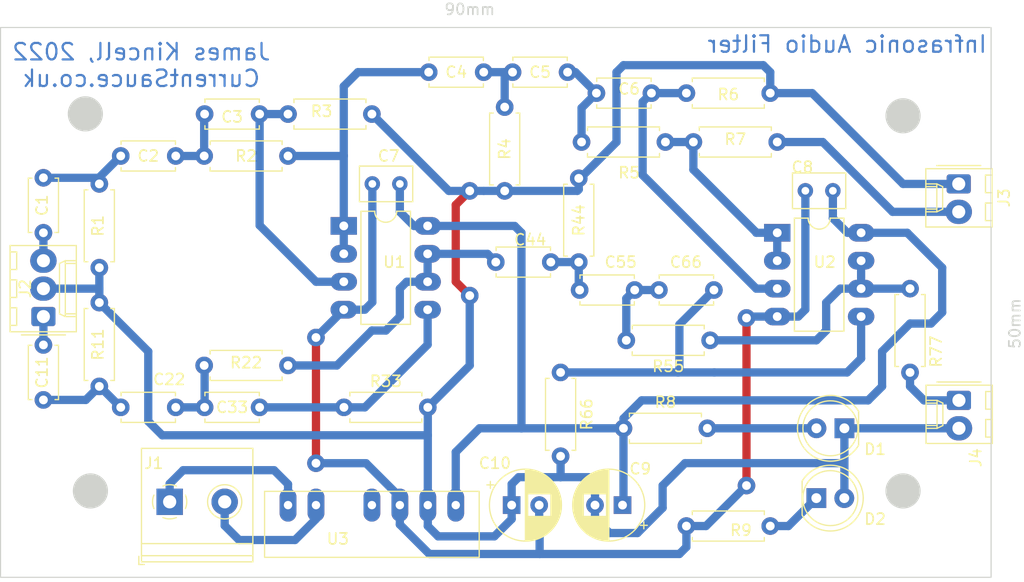
<source format=kicad_pcb>
(kicad_pcb (version 20211014) (generator pcbnew)
  (layers (0 "F.Cu" signal) (31 "B.Cu" signal) (34 "B.Paste" user) (35 "F.Paste" user) (36 "B.SilkS" user "B.Silkscreen") (37 "F.SilkS" user "F.Silkscreen") (38 "B.Mask" user) (39 "F.Mask" user) (44 "Edge.Cuts" user))
  (net 0 "")
  (net 1 "Net-(C1-Pad1)")
  (net 2 "/IN1")
  (net 3 "Net-(C2-Pad1)")
  (net 4 "Net-(C3-Pad1)")
  (net 5 "Net-(C4-Pad1)")
  (net 6 "Net-(C4-Pad2)")
  (net 7 "Net-(C5-Pad1)")
  (net 8 "Net-(C6-Pad1)")
  (net 9 "+15V")
  (net 10 "-15V")
  (net 11 "GND")
  (net 12 "Net-(C11-Pad1)")
  (net 13 "/IN2")
  (net 14 "Net-(C22-Pad1)")
  (net 15 "Net-(C33-Pad1)")
  (net 16 "Net-(C44-Pad1)")
  (net 17 "Net-(C44-Pad2)")
  (net 18 "Net-(C55-Pad1)")
  (net 19 "Net-(C66-Pad1)")
  (net 20 "Net-(D1-Pad2)")
  (net 21 "Net-(D2-Pad1)")
  (net 22 "+BATT")
  (net 23 "-BATT")
  (net 24 "/OUT1")
  (net 25 "/OUT2")
  (net 26 "Net-(R5-Pad1)")
  (net 27 "Net-(R55-Pad1)")
  (footprint "Capacitor_THT:C_Disc_D4.7mm_W2.5mm_P5.00mm" (layer "F.Cu") (at 68.54 157.48 180)
    (fp_text reference "C33" (at 2.5 0 180) (layer "F.SilkS"))
    (fp_text value "82n")
    (pad "1" thru_hole circle (at 0 0 180) (size 1.6 1.6) (drill 0.8) (layers *.Cu *.Mask) (net 15 "Net-(C33-Pad1)"))
    (pad "2" thru_hole circle (at 5 0 180) (size 1.6 1.6) (drill 0.8) (layers *.Cu *.Mask) (net 14 "Net-(C22-Pad1)"))
  )
  (footprint "Resistor_THT:R_Axial_DIN0207_L6.3mm_D2.5mm_P7.62mm_Horizontal" (layer "F.Cu") (at 97.536 144.272 90)
    (fp_text reference "R44" (at 3.81 0 90) (layer "F.SilkS"))
    (fp_text value "100k")
    (pad "1" thru_hole circle (at 0 0 90) (size 1.6 1.6) (drill 0.8) (layers *.Cu *.Mask) (net 16 "Net-(C44-Pad1)"))
    (pad "2" thru_hole oval (at 7.62 0 90) (size 1.6 1.6) (drill 0.8) (layers *.Cu *.Mask) (net 11 "GND"))
  )
  (footprint "Resistor_THT:R_Axial_DIN0207_L6.3mm_D2.5mm_P7.62mm_Horizontal" (layer "F.Cu") (at 90.805 130.175 -90)
    (fp_text reference "R4" (at 3.81 0 90) (layer "F.SilkS"))
    (fp_text value "100k")
    (pad "1" thru_hole circle (at 0 0 270) (size 1.6 1.6) (drill 0.8) (layers *.Cu *.Mask) (net 5 "Net-(C4-Pad1)"))
    (pad "2" thru_hole oval (at 7.62 0 270) (size 1.6 1.6) (drill 0.8) (layers *.Cu *.Mask) (net 11 "GND"))
  )
  (footprint "Resistor_THT:R_Axial_DIN0207_L6.3mm_D2.5mm_P7.62mm_Horizontal" (layer "F.Cu") (at 76.2 157.48)
    (fp_text reference "R33" (at 3.81 -2.37) (layer "F.SilkS"))
    (fp_text value "220k")
    (pad "1" thru_hole circle (at 0 0) (size 1.6 1.6) (drill 0.8) (layers *.Cu *.Mask) (net 15 "Net-(C33-Pad1)"))
    (pad "2" thru_hole oval (at 7.62 0) (size 1.6 1.6) (drill 0.8) (layers *.Cu *.Mask) (net 11 "GND"))
  )
  (footprint "Resistor_THT:R_Axial_DIN0207_L6.3mm_D2.5mm_P7.62mm_Horizontal" (layer "F.Cu") (at 114.935 168.275 180)
    (fp_text reference "R9" (at 2.667 -0.381) (layer "F.SilkS"))
    (fp_text value "430R")
    (pad "1" thru_hole circle (at 0 0 180) (size 1.6 1.6) (drill 0.8) (layers *.Cu *.Mask) (net 21 "Net-(D2-Pad1)"))
    (pad "2" thru_hole oval (at 7.62 0 180) (size 1.6 1.6) (drill 0.8) (layers *.Cu *.Mask) (net 10 "-15V"))
  )
  (footprint "LED_THT:LED_D5.0mm" (layer "F.Cu") (at 119.121 165.735)
    (fp_text reference "D2" (at 5.339 1.905) (layer "F.SilkS"))
    (fp_text value "LED")
    (pad "1" thru_hole rect (at 0 0) (size 1.8 1.8) (drill 0.9) (layers *.Cu *.Mask) (net 21 "Net-(D2-Pad1)"))
    (pad "2" thru_hole circle (at 2.54 0) (size 1.8 1.8) (drill 0.9) (layers *.Cu *.Mask) (net 11 "GND"))
  )
  (footprint "Capacitor_THT:C_Disc_D4.7mm_W2.5mm_P5.00mm" (layer "F.Cu") (at 60.92 134.62 180)
    (fp_text reference "C2" (at 2.5 0 180) (layer "F.SilkS"))
    (fp_text value "82n")
    (pad "1" thru_hole circle (at 0 0 180) (size 1.6 1.6) (drill 0.8) (layers *.Cu *.Mask) (net 3 "Net-(C2-Pad1)"))
    (pad "2" thru_hole circle (at 5 0 180) (size 1.6 1.6) (drill 0.8) (layers *.Cu *.Mask) (net 1 "Net-(C1-Pad1)"))
  )
  (footprint "Resistor_THT:R_Axial_DIN0207_L6.3mm_D2.5mm_P7.62mm_Horizontal" (layer "F.Cu") (at 109.474 151.384 180)
    (fp_text reference "R55" (at 3.81 -2.37) (layer "F.SilkS"))
    (fp_text value "47k")
    (pad "1" thru_hole circle (at 0 0 180) (size 1.6 1.6) (drill 0.8) (layers *.Cu *.Mask) (net 27 "Net-(R55-Pad1)"))
    (pad "2" thru_hole oval (at 7.62 0 180) (size 1.6 1.6) (drill 0.8) (layers *.Cu *.Mask) (net 18 "Net-(C55-Pad1)"))
  )
  (footprint "Resistor_THT:R_Axial_DIN0207_L6.3mm_D2.5mm_P7.62mm_Horizontal" (layer "F.Cu") (at 107.95 133.35)
    (fp_text reference "R7" (at 3.81 -0.254) (layer "F.SilkS"))
    (fp_text value "100")
    (pad "1" thru_hole circle (at 0 0) (size 1.6 1.6) (drill 0.8) (layers *.Cu *.Mask) (net 26 "Net-(R5-Pad1)"))
    (pad "2" thru_hole oval (at 7.62 0) (size 1.6 1.6) (drill 0.8) (layers *.Cu *.Mask) (net 24 "/OUT1"))
  )
  (footprint "Capacitor_THT:C_Disc_D4.7mm_W2.5mm_P5.00mm" (layer "F.Cu") (at 48.895 156.805 90)
    (fp_text reference "C11" (at 2.5 -0.127 90) (layer "F.SilkS"))
    (fp_text value "82n")
    (pad "1" thru_hole circle locked (at 0 0 90) (size 1.6 1.6) (drill 0.8) (layers *.Cu *.Mask) (net 12 "Net-(C11-Pad1)"))
    (pad "2" thru_hole circle locked (at 5 0 90) (size 1.6 1.6) (drill 0.8) (layers *.Cu *.Mask) (net 13 "/IN2"))
  )
  (footprint "Resistor_THT:R_Axial_DIN0207_L6.3mm_D2.5mm_P7.62mm_Horizontal" (layer "F.Cu") (at 107.315 128.905)
    (fp_text reference "R6" (at 3.81 0.127) (layer "F.SilkS"))
    (fp_text value "220k")
    (pad "1" thru_hole circle (at 0 0) (size 1.6 1.6) (drill 0.8) (layers *.Cu *.Mask) (net 8 "Net-(C6-Pad1)"))
    (pad "2" thru_hole oval (at 7.62 0) (size 1.6 1.6) (drill 0.8) (layers *.Cu *.Mask) (net 11 "GND"))
  )
  (footprint "Capacitor_THT:C_Disc_D4.7mm_W2.5mm_P5.00mm" (layer "F.Cu") (at 94.996 144.272 180)
    (fp_text reference "C44" (at 1.865 2.032 180) (layer "F.SilkS"))
    (fp_text value "82n")
    (pad "1" thru_hole circle (at 0 0 180) (size 1.6 1.6) (drill 0.8) (layers *.Cu *.Mask) (net 16 "Net-(C44-Pad1)"))
    (pad "2" thru_hole circle (at 5 0 180) (size 1.6 1.6) (drill 0.8) (layers *.Cu *.Mask) (net 17 "Net-(C44-Pad2)"))
  )
  (footprint "LED_THT:LED_D5.0mm" (layer "F.Cu") (at 121.671 159.385 180)
    (fp_text reference "D1" (at -2.789 -1.905) (layer "F.SilkS"))
    (fp_text value "LED")
    (pad "1" thru_hole rect (at 0 0 180) (size 1.8 1.8) (drill 0.9) (layers *.Cu *.Mask) (net 11 "GND"))
    (pad "2" thru_hole circle (at 2.54 0 180) (size 1.8 1.8) (drill 0.9) (layers *.Cu *.Mask) (net 20 "Net-(D1-Pad2)"))
  )
  (footprint "Package_DIP:DIP-8_W7.62mm_LongPads" (layer "F.Cu") (at 115.57 141.605)
    (fp_text reference "U2" (at 4.318 2.667) (layer "F.SilkS"))
    (fp_text value "OPA2134")
    (pad "1" thru_hole rect (at 0 0) (size 2.4 1.6) (drill 0.8) (layers *.Cu *.Mask) (net 26 "Net-(R5-Pad1)"))
    (pad "2" thru_hole oval (at 0 2.54) (size 2.4 1.6) (drill 0.8) (layers *.Cu *.Mask) (net 26 "Net-(R5-Pad1)"))
    (pad "3" thru_hole oval (at 0 5.08) (size 2.4 1.6) (drill 0.8) (layers *.Cu *.Mask) (net 8 "Net-(C6-Pad1)"))
    (pad "4" thru_hole oval (at 0 7.62) (size 2.4 1.6) (drill 0.8) (layers *.Cu *.Mask) (net 10 "-15V"))
    (pad "5" thru_hole oval (at 7.62 7.62) (size 2.4 1.6) (drill 0.8) (layers *.Cu *.Mask) (net 19 "Net-(C66-Pad1)"))
    (pad "6" thru_hole oval (at 7.62 5.08) (size 2.4 1.6) (drill 0.8) (layers *.Cu *.Mask) (net 27 "Net-(R55-Pad1)"))
    (pad "7" thru_hole oval (at 7.62 2.54) (size 2.4 1.6) (drill 0.8) (layers *.Cu *.Mask) (net 27 "Net-(R55-Pad1)"))
    (pad "8" thru_hole oval (at 7.62 0) (size 2.4 1.6) (drill 0.8) (layers *.Cu *.Mask) (net 9 "+15V"))
  )
  (footprint "Capacitor_THT:C_Disc_D4.7mm_W2.5mm_P5.00mm" (layer "F.Cu") (at 102.616 146.812 180)
    (fp_text reference "C55" (at 1.27 2.54 180) (layer "F.SilkS"))
    (fp_text value "82n")
    (pad "1" thru_hole circle (at 0 0 180) (size 1.6 1.6) (drill 0.8) (layers *.Cu *.Mask) (net 18 "Net-(C55-Pad1)"))
    (pad "2" thru_hole circle (at 5 0 180) (size 1.6 1.6) (drill 0.8) (layers *.Cu *.Mask) (net 16 "Net-(C44-Pad1)"))
  )
  (footprint "Resistor_THT:R_Axial_DIN0207_L6.3mm_D2.5mm_P7.62mm_Horizontal" (layer "F.Cu") (at 71.12 153.67 180)
    (fp_text reference "R22" (at 3.81 0.254) (layer "F.SilkS"))
    (fp_text value "47k")
    (pad "1" thru_hole circle (at 0 0 180) (size 1.6 1.6) (drill 0.8) (layers *.Cu *.Mask) (net 17 "Net-(C44-Pad2)"))
    (pad "2" thru_hole oval (at 7.62 0 180) (size 1.6 1.6) (drill 0.8) (layers *.Cu *.Mask) (net 14 "Net-(C22-Pad1)"))
  )
  (footprint "Capacitor_THT:C_Disc_D4.7mm_W2.5mm_P5.00mm" (layer "F.Cu") (at 96.52 127 180)
    (fp_text reference "C5" (at 2.5 0 180) (layer "F.SilkS"))
    (fp_text value "82n")
    (pad "1" thru_hole circle (at 0 0 180) (size 1.6 1.6) (drill 0.8) (layers *.Cu *.Mask) (net 7 "Net-(C5-Pad1)"))
    (pad "2" thru_hole circle (at 5 0 180) (size 1.6 1.6) (drill 0.8) (layers *.Cu *.Mask) (net 5 "Net-(C4-Pad1)"))
  )
  (footprint "Resistor_THT:R_Axial_DIN0207_L6.3mm_D2.5mm_P7.62mm_Horizontal" (layer "F.Cu") (at 95.885 154.305 -90)
    (fp_text reference "R66" (at 3.81 -2.37 90) (layer "F.SilkS"))
    (fp_text value "220k")
    (pad "1" thru_hole circle (at 0 0 270) (size 1.6 1.6) (drill 0.8) (layers *.Cu *.Mask) (net 19 "Net-(C66-Pad1)"))
    (pad "2" thru_hole oval (at 7.62 0 270) (size 1.6 1.6) (drill 0.8) (layers *.Cu *.Mask) (net 11 "GND"))
  )
  (footprint "Capacitor_THT:C_Disc_D4.7mm_W2.5mm_P5.00mm" (layer "F.Cu") (at 88.9 127 180)
    (fp_text reference "C4" (at 2.5 0 180) (layer "F.SilkS"))
    (fp_text value "82n")
    (pad "1" thru_hole circle (at 0 0 180) (size 1.6 1.6) (drill 0.8) (layers *.Cu *.Mask) (net 5 "Net-(C4-Pad1)"))
    (pad "2" thru_hole circle (at 5 0 180) (size 1.6 1.6) (drill 0.8) (layers *.Cu *.Mask) (net 6 "Net-(C4-Pad2)"))
  )
  (footprint "Resistor_THT:R_Axial_DIN0207_L6.3mm_D2.5mm_P7.62mm_Horizontal" (layer "F.Cu") (at 105.41 133.35 180)
    (fp_text reference "R5" (at 3.302 -2.794) (layer "F.SilkS"))
    (fp_text value "47k")
    (pad "1" thru_hole circle (at 0 0 180) (size 1.6 1.6) (drill 0.8) (layers *.Cu *.Mask) (net 26 "Net-(R5-Pad1)"))
    (pad "2" thru_hole oval (at 7.62 0 180) (size 1.6 1.6) (drill 0.8) (layers *.Cu *.Mask) (net 7 "Net-(C5-Pad1)"))
  )
  (footprint "Capacitor_THT:C_Disc_D4.7mm_W2.5mm_P5.00mm" (layer "F.Cu") (at 60.92 157.48 180)
    (fp_text reference "C22" (at 0.595 2.54 180) (layer "F.SilkS"))
    (fp_text value "82n")
    (pad "1" thru_hole circle (at 0 0 180) (size 1.6 1.6) (drill 0.8) (layers *.Cu *.Mask) (net 14 "Net-(C22-Pad1)"))
    (pad "2" thru_hole circle (at 5 0 180) (size 1.6 1.6) (drill 0.8) (layers *.Cu *.Mask) (net 12 "Net-(C11-Pad1)"))
  )
  (footprint "Capacitor_THT:CP_Radial_D6.3mm_P2.50mm" (layer "F.Cu") (at 101.51238 166.37 180)
    (fp_text reference "C9" (at -1.61162 3.302) (layer "F.SilkS"))
    (fp_text value "10u")
    (pad "1" thru_hole rect (at 0 0 180) (size 1.6 1.6) (drill 0.8) (layers *.Cu *.Mask) (net 9 "+15V"))
    (pad "2" thru_hole circle (at 2.5 0 180) (size 1.6 1.6) (drill 0.8) (layers *.Cu *.Mask) (net 11 "GND"))
  )
  (footprint "Resistor_THT:R_Axial_DIN0207_L6.3mm_D2.5mm_P7.62mm_Horizontal" (layer "F.Cu") (at 71.12 130.81)
    (fp_text reference "R3" (at 3.048 -0.254) (layer "F.SilkS"))
    (fp_text value "220k")
    (pad "1" thru_hole circle (at 0 0) (size 1.6 1.6) (drill 0.8) (layers *.Cu *.Mask) (net 4 "Net-(C3-Pad1)"))
    (pad "2" thru_hole oval (at 7.62 0) (size 1.6 1.6) (drill 0.8) (layers *.Cu *.Mask) (net 11 "GND"))
  )
  (footprint "Connector_Molex:Molex_KK-254_AE-6410-02A_1x02_P2.54mm_Vertical" (layer "F.Cu") (at 132.08 156.845 -90)
    (fp_text reference "J4" (at 5.207 -1.524 90) (layer "F.SilkS"))
    (fp_text value "Conn_01x02")
    (pad "1" thru_hole roundrect (at 0 0 270) (size 1.74 2.19) (drill 1.19) (layers *.Cu *.Mask) (roundrect_rratio 0.143678) (net 25 "/OUT2"))
    (pad "2" thru_hole oval (at 2.54 0 270) (size 2.2 2.4) (drill 1.19) (layers *.Cu *.Mask) (net 11 "GND"))
  )
  (footprint "Capacitor_THT:C_Disc_D4.7mm_W2.5mm_P5.00mm" (layer "F.Cu") (at 68.54 130.81 180)
    (fp_text reference "C3" (at 2.5 -0.254 180) (layer "F.SilkS"))
    (fp_text value "82n")
    (pad "1" thru_hole circle (at 0 0 180) (size 1.6 1.6) (drill 0.8) (layers *.Cu *.Mask) (net 4 "Net-(C3-Pad1)"))
    (pad "2" thru_hole circle (at 5 0 180) (size 1.6 1.6) (drill 0.8) (layers *.Cu *.Mask) (net 3 "Net-(C2-Pad1)"))
  )
  (footprint "Capacitor_THT:C_Disc_D4.7mm_W2.5mm_P5.00mm" (layer "F.Cu") (at 104.14 128.905 180)
    (fp_text reference "C6" (at 2.032 0.381 180) (layer "F.SilkS"))
    (fp_text value "82n")
    (pad "1" thru_hole circle (at 0 0 180) (size 1.6 1.6) (drill 0.8) (layers *.Cu *.Mask) (net 8 "Net-(C6-Pad1)"))
    (pad "2" thru_hole circle (at 5 0 180) (size 1.6 1.6) (drill 0.8) (layers *.Cu *.Mask) (net 7 "Net-(C5-Pad1)"))
  )
  (footprint "Capacitor_THT:C_Disc_D4.7mm_W2.5mm_P5.00mm" (layer "F.Cu") (at 109.815 146.812 180)
    (fp_text reference "C66" (at 2.54 2.54 180) (layer "F.SilkS"))
    (fp_text value "82n")
    (pad "1" thru_hole circle (at 0 0 180) (size 1.6 1.6) (drill 0.8) (layers *.Cu *.Mask) (net 19 "Net-(C66-Pad1)"))
    (pad "2" thru_hole circle (at 5 0 180) (size 1.6 1.6) (drill 0.8) (layers *.Cu *.Mask) (net 18 "Net-(C55-Pad1)"))
  )
  (footprint "Resistor_THT:R_Axial_DIN0207_L6.3mm_D2.5mm_P7.62mm_Horizontal" (layer "F.Cu") (at 127.635 146.685 -90)
    (fp_text reference "R77" (at 5.715 -2.37 90) (layer "F.SilkS"))
    (fp_text value "100")
    (pad "1" thru_hole circle (at 0 0 270) (size 1.6 1.6) (drill 0.8) (layers *.Cu *.Mask) (net 27 "Net-(R55-Pad1)"))
    (pad "2" thru_hole oval (at 7.62 0 270) (size 1.6 1.6) (drill 0.8) (layers *.Cu *.Mask) (net 25 "/OUT2"))
  )
  (footprint "Capacitor_THT:CP_Radial_D6.3mm_P2.50mm" (layer "F.Cu") (at 91.44 166.37)
    (fp_text reference "C10" (at -1.524 -3.81) (layer "F.SilkS"))
    (fp_text value "10u")
    (pad "1" thru_hole rect (at 0 0) (size 1.6 1.6) (drill 0.8) (layers *.Cu *.Mask) (net 11 "GND"))
    (pad "2" thru_hole circle (at 2.5 0) (size 1.6 1.6) (drill 0.8) (layers *.Cu *.Mask) (net 10 "-15V"))
  )
  (footprint "Resistor_THT:R_Axial_DIN0207_L6.3mm_D2.5mm_P7.62mm_Horizontal" (layer "F.Cu") (at 53.975 137.16 -90)
    (fp_text reference "R1" (at 3.81 0.127 90) (layer "F.SilkS"))
    (fp_text value "100k")
    (pad "1" thru_hole circle (at 0 0 270) (size 1.6 1.6) (drill 0.8) (layers *.Cu *.Mask) (net 1 "Net-(C1-Pad1)"))
    (pad "2" thru_hole oval (at 7.62 0 270) (size 1.6 1.6) (drill 0.8) (layers *.Cu *.Mask) (net 11 "GND"))
  )
  (footprint "Resistor_THT:R_Axial_DIN0207_L6.3mm_D2.5mm_P7.62mm_Horizontal" (layer "F.Cu") (at 71.12 134.62 180)
    (fp_text reference "R2" (at 3.81 0) (layer "F.SilkS"))
    (fp_text value "47k")
    (pad "1" thru_hole circle (at 0 0 180) (size 1.6 1.6) (drill 0.8) (layers *.Cu *.Mask) (net 6 "Net-(C4-Pad2)"))
    (pad "2" thru_hole oval (at 7.62 0 180) (size 1.6 1.6) (drill 0.8) (layers *.Cu *.Mask) (net 3 "Net-(C2-Pad1)"))
  )
  (footprint "TerminalBlock_Philmore:TerminalBlock_Philmore_TB132_1x02_P5.00mm_Horizontal" (layer "F.Cu") (at 60.365 166.07)
    (fp_text reference "J1" (at -1.437 -3.51) (layer "F.SilkS"))
    (fp_text value "BattIn")
    (pad "1" thru_hole rect (at 0 0) (size 2.4 2.4) (drill 1.2) (layers *.Cu *.Mask) (net 22 "+BATT"))
    (pad "2" thru_hole circle (at 5 0) (size 2.4 2.4) (drill 1.2) (layers *.Cu *.Mask) (net 23 "-BATT"))
  )
  (footprint "Capacitor_THT:C_Rect_L4.6mm_W3.0mm_P2.50mm_MKS02_FKP02" (layer "F.Cu") (at 120.625 137.785 180)
    (fp_text reference "C8" (at 2.769 2.149 180) (layer "F.SilkS"))
    (fp_text value "100n")
    (pad "1" thru_hole circle (at 0 0 180) (size 1.4 1.4) (drill 0.7) (layers *.Cu *.Mask) (net 9 "+15V"))
    (pad "2" thru_hole circle (at 2.5 0 180) (size 1.4 1.4) (drill 0.7) (layers *.Cu *.Mask) (net 10 "-15V"))
  )
  (footprint "Connector_Molex:Molex_KK-254_AE-6410-02A_1x02_P2.54mm_Vertical" (layer "F.Cu") (at 132.06 137.16 -90)
    (fp_text reference "J3" (at 1.27 -4.12 90) (layer "F.SilkS"))
    (fp_text value "Conn_01x02")
    (pad "1" thru_hole roundrect (at 0 0 270) (size 1.74 2.19) (drill 1.19) (layers *.Cu *.Mask) (roundrect_rratio 0.143678) (net 11 "GND"))
    (pad "2" thru_hole oval (at 2.54 0 270) (size 2.2 2.4) (drill 1.19) (layers *.Cu *.Mask) (net 24 "/OUT1"))
  )
  (footprint "A_James:XP_Power_ITV_Dual" (layer "F.Cu") (at 71.12 166.37)
    (fp_text reference "U3" (at 4.527007 3.075299 unlocked) (layer "F.SilkS"))
    (fp_text value "ITV1215S")
    (pad "1" thru_hole oval (at 0 0) (size 1.524 3) (drill 0.762) (layers *.Cu *.Mask) (net 22 "+BATT"))
    (pad "2" thru_hole oval (at 2.54 0) (size 1.524 3) (drill 0.762) (layers *.Cu *.Mask) (net 23 "-BATT"))
    (pad "4" thru_hole oval (at 7.62 0) (size 1.524 3) (drill 0.762) (layers *.Cu *.Mask))
    (pad "5" thru_hole oval (at 10.16 0) (size 1.524 3) (drill 0.762) (layers *.Cu *.Mask) (net 10 "-15V"))
    (pad "6" thru_hole oval (at 12.7 0) (size 1.524 3) (drill 0.762) (layers *.Cu *.Mask) (net 11 "GND"))
    (pad "7" thru_hole oval (at 15.24 0) (size 1.524 3) (drill 0.762) (layers *.Cu *.Mask) (net 9 "+15V"))
  )
  (footprint "Package_DIP:DIP-8_W7.62mm_LongPads" (layer "F.Cu") (at 76.185 140.98)
    (fp_text reference "U1" (at 4.587 3.292) (layer "F.SilkS"))
    (fp_text value "OPA2134")
    (pad "1" thru_hole rect (at 0 0) (size 2.4 1.6) (drill 0.8) (layers *.Cu *.Mask) (net 6 "Net-(C4-Pad2)"))
    (pad "2" thru_hole oval (at 0 2.54) (size 2.4 1.6) (drill 0.8) (layers *.Cu *.Mask) (net 6 "Net-(C4-Pad2)"))
    (pad "3" thru_hole oval (at 0 5.08) (size 2.4 1.6) (drill 0.8) (layers *.Cu *.Mask) (net 4 "Net-(C3-Pad1)"))
    (pad "4" thru_hole oval (at 0 7.62) (size 2.4 1.6) (drill 0.8) (layers *.Cu *.Mask) (net 10 "-15V"))
    (pad "5" thru_hole oval (at 7.62 7.62) (size 2.4 1.6) (drill 0.8) (layers *.Cu *.Mask) (net 15 "Net-(C33-Pad1)"))
    (pad "6" thru_hole oval (at 7.62 5.08) (size 2.4 1.6) (drill 0.8) (layers *.Cu *.Mask) (net 17 "Net-(C44-Pad2)"))
    (pad "7" thru_hole oval (at 7.62 2.54) (size 2.4 1.6) (drill 0.8) (layers *.Cu *.Mask) (net 17 "Net-(C44-Pad2)"))
    (pad "8" thru_hole oval (at 7.62 0) (size 2.4 1.6) (drill 0.8) (layers *.Cu *.Mask) (net 9 "+15V"))
  )
  (footprint "Connector_Molex:Molex_KK-254_AE-6410-03A_1x03_P2.54mm_Vertical" (layer "F.Cu") (at 48.895 149.225 90)
    (fp_text reference "J2" (at 2.54 -1.651 90) (layer "F.SilkS"))
    (fp_text value "Conn_01x03")
    (pad "1" thru_hole roundrect (at 0 0 90) (size 1.74 2.19) (drill 1.19) (layers *.Cu *.Mask) (roundrect_rratio 0.143678) (net 13 "/IN2"))
    (pad "2" thru_hole oval (at 2.54 0 90) (size 2.2 2.4) (drill 1.19) (layers *.Cu *.Mask) (net 11 "GND"))
    (pad "3" thru_hole oval (at 5.08 0 90) (size 2.2 2.4) (drill 1.19) (layers *.Cu *.Mask) (net 2 "/IN1"))
  )
  (footprint "Resistor_THT:R_Axial_DIN0207_L6.3mm_D2.5mm_P7.62mm_Horizontal" (layer "F.Cu") (at 53.975 155.575 90)
    (fp_text reference "R11" (at 3.81 -0.127 90) (layer "F.SilkS"))
    (fp_text value "100k")
    (pad "1" thru_hole circle (at 0 0 90) (size 1.6 1.6) (drill 0.8) (layers *.Cu *.Mask) (net 12 "Net-(C11-Pad1)"))
    (pad "2" thru_hole oval (at 7.62 0 90) (size 1.6 1.6) (drill 0.8) (layers *.Cu *.Mask) (net 11 "GND"))
  )
  (footprint "Resistor_THT:R_Axial_DIN0207_L6.3mm_D2.5mm_P7.62mm_Horizontal" (layer "F.Cu") (at 101.6 159.385)
    (fp_text reference "R8" (at 3.81 -2.37) (layer "F.SilkS"))
    (fp_text value "430R")
    (pad "1" thru_hole circle (at 0 0) (size 1.6 1.6) (drill 0.8) (layers *.Cu *.Mask) (net 9 "+15V"))
    (pad "2" thru_hole oval (at 7.62 0) (size 1.6 1.6) (drill 0.8) (layers *.Cu *.Mask) (net 20 "Net-(D1-Pad2)"))
  )
  (footprint "Capacitor_THT:C_Rect_L4.6mm_W3.0mm_P2.50mm_MKS02_FKP02" (layer "F.Cu") (at 81.28 137.16 180)
    (fp_text reference "C7" (at 1.016 2.54 180) (layer "F.SilkS"))
    (fp_text value "100n")
    (pad "1" thru_hole circle (at 0 0 180) (size 1.4 1.4) (drill 0.7) (layers *.Cu *.Mask) (net 9 "+15V"))
    (pad "2" thru_hole circle (at 2.5 0 180) (size 1.4 1.4) (drill 0.7) (layers *.Cu *.Mask) (net 10 "-15V"))
  )
  (footprint "Capacitor_THT:C_Disc_D4.7mm_W2.5mm_P5.00mm" (layer "F.Cu") (at 48.895 136.605 -90)
    (fp_text reference "C1" (at 2.5 0.127 90) (layer "F.SilkS"))
    (fp_text value "82n")
    (pad "1" thru_hole circle (at 0 0 270) (size 1.6 1.6) (drill 0.8) (layers *.Cu *.Mask) (net 1 "Net-(C1-Pad1)"))
    (pad "2" thru_hole circle (at 5 0 270) (size 1.6 1.6) (drill 0.8) (layers *.Cu *.Mask) (net 2 "/IN1"))
  )
  (gr_circle locked (center 53.165 165.081) (end 54.665 165.081) (layer "Edge.Cuts") (width 0.2) (fill solid))
  (gr_circle locked (center 127 165.081) (end 128.5 165.081) (layer "Edge.Cuts") (width 0.2) (fill solid))
  (gr_circle locked (center 52.705 130.791) (end 54.205 130.791) (layer "Edge.Cuts") (width 0.2) (fill solid))
  (gr_circle locked (center 127 130.966) (end 128.5 130.966) (layer "Edge.Cuts") (width 0.2) (fill solid))
  (gr_rect locked (start 45 122.936) (end 135 172.936) (layer "Edge.Cuts") (width 0.1) (fill none))
  (gr_text "James Kincell, 2022\nCurrentSauce.co.uk" (at 57.785 126.365) (layer "B.Cu") (effects (font (size 1.5 1.5) (thickness 0.2)) (justify mirror)))
  (gr_text "Infrasonic Audio Filter" (at 121.92 124.46) (layer "B.Cu") (effects (font (size 1.5 1.5) (thickness 0.2)) (justify mirror)))
  (gr_text "50mm" (at 137.16 149.86 90) (layer "Edge.Cuts") (effects (font (size 1 1))))
  (gr_text "90mm" (at 87.63 121.285) (layer "Edge.Cuts") (effects (font (size 1 1))))
  (segment (start 48.895 136.605) (end 53.935 136.605) (width 0.75) (layer "B.Cu") (net 1))
  (segment (start 53.975 137.16) (end 53.975 136.645) (width 0.75) (layer "B.Cu") (net 1))
  (segment (start 53.975 136.645) (end 53.935 136.605) (width 0.75) (layer "B.Cu") (net 1))
  (segment (start 53.935 136.605) (end 55.92 134.62) (width 0.75) (layer "B.Cu") (net 1))
  (segment (start 48.895 144.145) (end 48.895 141.605) (width 0.75) (layer "B.Cu") (net 2))
  (segment (start 60.92 134.62) (end 63.5 134.62) (width 0.75) (layer "B.Cu") (net 3))
  (segment (start 63.5 130.85) (end 63.54 130.81) (width 0.75) (layer "B.Cu") (net 3))
  (segment (start 63.5 134.62) (end 63.5 130.85) (width 0.75) (layer "B.Cu") (net 3))
  (segment (start 68.54 130.81) (end 68.54 140.93) (width 0.75) (layer "B.Cu") (net 4))
  (segment (start 68.54 140.93) (end 73.67 146.06) (width 0.75) (layer "B.Cu") (net 4))
  (segment (start 68.54 130.81) (end 71.12 130.81) (width 0.75) (layer "B.Cu") (net 4))
  (segment (start 73.67 146.06) (end 76.185 146.06) (width 0.75) (layer "B.Cu") (net 4))
  (segment (start 88.9 127) (end 91.52 127) (width 0.75) (layer "B.Cu") (net 5))
  (segment (start 90.805 130.175) (end 90.805 127) (width 0.75) (layer "B.Cu") (net 5))
  (segment (start 90.805 127) (end 91.52 127) (width 0.75) (layer "B.Cu") (net 5))
  (segment (start 76.185 134.605) (end 76.185 140.98) (width 0.75) (layer "B.Cu") (net 6))
  (segment (start 83.9 127) (end 77.47 127) (width 0.75) (layer "B.Cu") (net 6))
  (segment (start 76.185 143.52) (end 76.185 140.98) (width 0.75) (layer "B.Cu") (net 6))
  (segment (start 77.47 127) (end 76.185 128.285) (width 0.75) (layer "B.Cu") (net 6))
  (segment (start 76.185 128.285) (end 76.185 134.605) (width 0.75) (layer "B.Cu") (net 6))
  (segment (start 71.12 134.62) (end 76.17 134.62) (width 0.75) (layer "B.Cu") (net 6))
  (segment (start 76.17 134.62) (end 76.185 134.605) (width 0.75) (layer "B.Cu") (net 6))
  (segment (start 97.235 127) (end 99.14 128.905) (width 0.75) (layer "B.Cu") (net 7))
  (segment (start 97.79 130.255) (end 99.14 128.905) (width 0.75) (layer "B.Cu") (net 7))
  (segment (start 96.52 127) (end 97.235 127) (width 0.75) (layer "B.Cu") (net 7))
  (segment (start 97.79 133.35) (end 97.79 130.255) (width 0.75) (layer "B.Cu") (net 7))
  (segment (start 103.340001 136.360001) (end 103.340001 129.704999) (width 0.75) (layer "B.Cu") (net 8))
  (segment (start 113.665 146.685) (end 103.340001 136.360001) (width 0.75) (layer "B.Cu") (net 8))
  (segment (start 115.57 146.685) (end 113.665 146.685) (width 0.75) (layer "B.Cu") (net 8))
  (segment (start 104.14 128.905) (end 107.315 128.905) (width 0.75) (layer "B.Cu") (net 8))
  (segment (start 103.340001 129.704999) (end 104.14 128.905) (width 0.75) (layer "B.Cu") (net 8))
  (segment (start 103.251 156.845) (end 101.6 158.496) (width 0.75) (layer "B.Cu") (net 9))
  (segment (start 120.625 137.785) (end 120.625 140.285) (width 0.75) (layer "B.Cu") (net 9))
  (segment (start 92.329 159.385) (end 101.6 159.385) (width 0.75) (layer "B.Cu") (net 9))
  (segment (start 101.6 166.28238) (end 101.51238 166.37) (width 0.75) (layer "B.Cu") (net 9))
  (segment (start 82.56 140.98) (end 83.805 140.98) (width 0.75) (layer "B.Cu") (net 9))
  (segment (start 91.704 140.98) (end 92.329 141.605) (width 0.75) (layer "B.Cu") (net 9))
  (segment (start 129.54 149.86) (end 127.635 149.86) (width 0.75) (layer "B.Cu") (net 9))
  (segment (start 81.28 137.16) (end 81.28 139.7) (width 0.75) (layer "B.Cu") (net 9))
  (segment (start 86.36 161.544) (end 86.36 166.37) (width 0.75) (layer "B.Cu") (net 9))
  (segment (start 123.19 141.605) (end 127.381 141.605) (width 0.75) (layer "B.Cu") (net 9))
  (segment (start 130.556 148.844) (end 129.54 149.86) (width 0.75) (layer "B.Cu") (net 9))
  (segment (start 123.825 156.845) (end 103.251 156.845) (width 0.75) (layer "B.Cu") (net 9))
  (segment (start 127.381 141.605) (end 130.556 144.78) (width 0.75) (layer "B.Cu") (net 9))
  (segment (start 101.6 159.385) (end 101.6 166.28238) (width 0.75) (layer "B.Cu") (net 9))
  (segment (start 127.635 149.86) (end 125.095 152.4) (width 0.75) (layer "B.Cu") (net 9))
  (segment (start 101.6 158.496) (end 101.6 159.385) (width 0.75) (layer "B.Cu") (net 9))
  (segment (start 81.28 139.7) (end 82.56 140.98) (width 0.75) (layer "B.Cu") (net 9))
  (segment (start 125.095 152.4) (end 125.095 155.575) (width 0.75) (layer "B.Cu") (net 9))
  (segment (start 92.329 141.605) (end 92.329 159.385) (width 0.75) (layer "B.Cu") (net 9))
  (segment (start 125.095 155.575) (end 123.825 156.845) (width 0.75) (layer "B.Cu") (net 9))
  (segment (start 92.329 159.385) (end 88.519 159.385) (width 0.75) (layer "B.Cu") (net 9))
  (segment (start 83.805 140.98) (end 91.704 140.98) (width 0.75) (layer "B.Cu") (net 9))
  (segment (start 130.556 144.78) (end 130.556 148.844) (width 0.75) (layer "B.Cu") (net 9))
  (segment (start 121.945 141.605) (end 123.19 141.605) (width 0.75) (layer "B.Cu") (net 9))
  (segment (start 120.625 140.285) (end 121.945 141.605) (width 0.75) (layer "B.Cu") (net 9))
  (segment (start 88.519 159.385) (end 86.36 161.544) (width 0.75) (layer "B.Cu") (net 9))
  (segment (start 112.776 149.352) (end 112.776 164.592) (width 0.75) (layer "F.Cu") (net 10))
  (segment (start 73.66 162.56) (end 73.66 151.13) (width 0.75) (layer "F.Cu") (net 10))
  (via (at 112.776 164.592) (size 1.6) (drill 0.8) (layers "F.Cu" "B.Cu") (net 10))
  (via (at 73.66 151.13) (size 1.6) (drill 0.8) (layers "F.Cu" "B.Cu") (net 10))
  (via (at 73.66 162.56) (size 1.6) (drill 0.8) (layers "F.Cu" "B.Cu") (net 10))
  (via (at 112.776 149.352) (size 1.6) (drill 0.8) (layers "F.Cu" "B.Cu") (net 10))
  (segment (start 81.28 165.632) (end 78.208 162.56) (width 0.75) (layer "B.Cu") (net 10))
  (segment (start 93.98 170.815) (end 106.68 170.815) (width 0.75) (layer "B.Cu") (net 10))
  (segment (start 117.48 149.225) (end 115.57 149.225) (width 0.75) (layer "B.Cu") (net 10))
  (segment (start 93.94 168.87) (end 93.98 168.91) (width 0.75) (layer "B.Cu") (net 10))
  (segment (start 73.66 151.13) (end 73.66 151.125) (width 0.75) (layer "B.Cu") (net 10))
  (segment (start 115.57 149.225) (end 112.903 149.225) (width 0.75) (layer "B.Cu") (net 10))
  (segment (start 73.66 151.125) (end 76.185 148.6) (width 0.75) (layer "B.Cu") (net 10))
  (segment (start 78.095 148.6) (end 78.78 147.915) (width 0.75) (layer "B.Cu") (net 10))
  (segment (start 106.68 170.815) (end 107.315 170.18) (width 0.75) (layer "B.Cu") (net 10))
  (segment (start 93.98 170.815) (end 93.98 168.91) (width 0.75) (layer "B.Cu") (net 10))
  (segment (start 83.96002 170.815) (end 81.28 168.13498) (width 0.75) (layer "B.Cu") (net 10))
  (segment (start 81.28 166.37) (end 81.28 165.632) (width 0.75) (layer "B.Cu") (net 10))
  (segment (start 109.093 168.275) (end 107.315 168.275) (width 0.75) (layer "B.Cu") (net 10))
  (segment (start 93.98 170.815) (end 83.96002 170.815) (width 0.75) (layer "B.Cu") (net 10))
  (segment (start 112.903 149.225) (end 112.776 149.352) (width 0.75) (layer "B.Cu") (net 10))
  (segment (start 81.28 168.13498) (end 81.28 166.37) (width 0.75) (layer "B.Cu") (net 10))
  (segment (start 107.315 170.18) (end 107.315 168.275) (width 0.75) (layer "B.Cu") (net 10))
  (segment (start 93.94 166.37) (end 93.94 168.87) (width 0.75) (layer "B.Cu") (net 10))
  (segment (start 76.185 148.6) (end 78.095 148.6) (width 0.75) (layer "B.Cu") (net 10))
  (segment (start 118.125 137.785) (end 118.125 148.58) (width 0.75) (layer "B.Cu") (net 10))
  (segment (start 112.776 164.592) (end 109.093 168.275) (width 0.75) (layer "B.Cu") (net 10))
  (segment (start 78.78 147.915) (end 78.78 137.16) (width 0.75) (layer "B.Cu") (net 10))
  (segment (start 78.208 162.56) (end 73.66 162.56) (width 0.75) (layer "B.Cu") (net 10))
  (segment (start 118.125 148.58) (end 117.48 149.225) (width 0.75) (layer "B.Cu") (net 10))
  (segment (start 87.63 147.32) (end 86.36 146.05) (width 0.75) (layer "F.Cu") (net 11))
  (segment (start 86.36 139.065) (end 87.63 137.795) (width 0.75) (layer "F.Cu") (net 11))
  (segment (start 86.36 146.05) (end 86.36 139.065) (width 0.75) (layer "F.Cu") (net 11))
  (via (at 87.63 147.32) (size 1.6) (drill 0.8) (layers "F.Cu" "B.Cu") (net 11))
  (via (at 87.63 137.795) (size 1.6) (drill 0.8) (layers "F.Cu" "B.Cu") (net 11))
  (segment (start 97.409 137.795) (end 97.536 137.668) (width 0.75) (layer "B.Cu") (net 11))
  (segment (start 87.63 137.795) (end 88.9 137.795) (width 0.75) (layer "B.Cu") (net 11))
  (segment (start 99.01238 166.37) (end 99.01238 164.41738) (width 0.75) (layer "B.Cu") (net 11))
  (segment (start 105.156 164.592) (end 107.193 162.555) (width 0.75) (layer "B.Cu") (net 11))
  (segment (start 121.671 159.385) (end 121.671 162.819) (width 0.75) (layer "B.Cu") (net 11))
  (segment (start 89.869313 169.210687) (end 91.44 167.64) (width 0.75) (layer "B.Cu") (net 11))
  (segment (start 114.3 126.365) (end 114.935 127) (width 0.75) (layer "B.Cu") (net 11))
  (segment (start 88.9 137.795) (end 97.409 137.795) (width 0.75) (layer "B.Cu") (net 11))
  (segment (start 105.156 166.624) (end 105.156 164.592) (width 0.75) (layer "B.Cu") (net 11))
  (segment (start 83.82 160.02) (end 83.82 157.48) (width 0.75) (layer "B.Cu") (net 11))
  (segment (start 48.895 146.685) (end 53.975 146.685) (width 0.75) (layer "B.Cu") (net 11))
  (segment (start 85.725 137.795) (end 87.63 137.795) (width 0.75) (layer "B.Cu") (net 11))
  (segment (start 91.44 164.465) (end 91.44 166.37) (width 0.75) (layer "B.Cu") (net 11))
  (segment (start 100.33 168.91) (end 102.87 168.91) (width 0.75) (layer "B.Cu") (net 11))
  (segment (start 99.01238 166.37) (end 99.01238 167.59238) (width 0.75) (layer "B.Cu") (net 11))
  (segment (start 87.63 147.32) (end 87.63 153.67) (width 0.75) (layer "B.Cu") (net 11))
  (segment (start 100.965 127) (end 101.6 126.365) (width 0.75) (layer "B.Cu") (net 11))
  (segment (start 127 137.16) (end 132.06 137.16) (width 0.75) (layer "B.Cu") (net 11))
  (segment (start 100.965 133.35) (end 100.965 127) (width 0.75) (layer "B.Cu") (net 11))
  (segment (start 58.42 158.75) (end 59.69 160.02) (width 0.75) (layer "B.Cu") (net 11))
  (segment (start 121.671 165.725) (end 121.661 165.735) (width 0.75) (layer "B.Cu") (net 11))
  (segment (start 92.075 163.83) (end 91.44 164.465) (width 0.75) (layer "B.Cu") (net 11))
  (segment (start 107.193 162.555) (end 121.407 162.555) (width 0.75) (layer "B.Cu") (net 11))
  (segment (start 99.01238 164.41738) (end 98.425 163.83) (width 0.75) (layer "B.Cu") (net 11))
  (segment (start 97.536 136.652) (end 97.663 136.652) (width 0.75) (layer "B.Cu") (net 11))
  (segment (start 83.82 166.37) (end 83.82 168.275) (width 0.75) (layer "B.Cu") (net 11))
  (segment (start 132.08 159.385) (end 121.671 159.385) (width 0.75) (layer "B.Cu") (net 11))
  (segment (start 87.63 153.67) (end 83.82 157.48) (width 0.75) (layer "B.Cu") (net 11))
  (segment (start 59.69 160.02) (end 83.82 160.02) (width 0.75) (layer "B.Cu") (net 11))
  (segment (start 95.885 163.83) (end 92.075 163.83) (width 0.75) (layer "B.Cu") (net 11))
  (segment (start 91.44 167.64) (end 91.44 166.37) (width 0.75) (layer "B.Cu") (net 11))
  (segment (start 114.935 127) (end 114.935 128.905) (width 0.75) (layer "B.Cu") (net 11))
  (segment (start 101.6 126.365) (end 114.3 126.365) (width 0.75) (layer "B.Cu") (net 11))
  (segment (start 97.663 136.652) (end 100.965 133.35) (width 0.75) (layer "B.Cu") (net 11))
  (segment (start 53.975 147.955) (end 53.975 146.685) (width 0.75) (layer "B.Cu") (net 11))
  (segment (start 121.407 162.555) (end 121.671 162.819) (width 0.75) (layer "B.Cu") (net 11))
  (segment (start 98.425 163.83) (end 95.885 163.83) (width 0.75) (layer "B.Cu") (net 11))
  (segment (start 114.935 128.905) (end 118.745 128.905) (width 0.75) (layer "B.Cu") (net 11))
  (segment (start 53.975 146.685) (end 53.975 144.78) (width 0.75) (layer "B.Cu") (net 11))
  (segment (start 121.671 162.819) (end 121.671 165.725) (width 0.75) (layer "B.Cu") (net 11))
  (segment (start 83.82 166.37) (end 83.82 160.02) (width 0.75) (layer "B.Cu") (net 11))
  (segment (start 99.01238 167.59238) (end 100.33 168.91) (width 0.75) (layer "B.Cu") (net 11))
  (segment (start 83.82 168.275) (end 84.755687 169.210687) (width 0.75) (layer "B.Cu") (net 11))
  (segment (start 84.755687 169.210687) (end 89.869313 169.210687) (width 0.75) (layer "B.Cu") (net 11))
  (segment (start 58.42 152.4) (end 58.42 158.75) (width 0.75) (layer "B.Cu") (net 11))
  (segment (start 102.87 168.91) (end 105.156 166.624) (width 0.75) (layer "B.Cu") (net 11))
  (segment (start 95.885 161.925) (end 95.885 163.83) (width 0.75) (layer "B.Cu") (net 11))
  (segment (start 53.975 147.955) (end 58.42 152.4) (width 0.75) (layer "B.Cu") (net 11))
  (segment (start 118.745 128.905) (end 127 137.16) (width 0.75) (layer "B.Cu") (net 11))
  (segment (start 97.536 137.668) (end 97.536 136.652) (width 0.75) (layer "B.Cu") (net 11))
  (segment (start 78.74 130.81) (end 85.725 137.795) (width 0.75) (layer "B.Cu") (net 11))
  (segment (start 54.015 155.575) (end 55.92 157.48) (width 0.75) (layer "B.Cu") (net 12))
  (segment (start 52.745 156.805) (end 53.975 155.575) (width 0.75) (layer "B.Cu") (net 12))
  (segment (start 53.975 155.575) (end 54.015 155.575) (width 0.75) (layer "B.Cu") (net 12))
  (segment (start 48.895 156.805) (end 52.745 156.805) (width 0.75) (layer "B.Cu") (net 12))
  (segment (start 48.895 149.225) (end 48.895 151.805) (width 0.75) (layer "B.Cu") (net 13))
  (segment (start 63.54 157.48) (end 63.54 153.71) (width 0.75) (layer "B.Cu") (net 14))
  (segment (start 63.54 153.71) (end 63.5 153.67) (width 0.75) (layer "B.Cu") (net 14))
  (segment (start 60.92 157.48) (end 63.54 157.48) (width 0.75) (layer "B.Cu") (net 14))
  (segment (start 68.54 157.48) (end 76.2 157.48) (width 0.75) (layer "B.Cu") (net 15))
  (segment (start 78.105 157.48) (end 76.2 157.48) (width 0.75) (layer "B.Cu") (net 15))
  (segment (start 83.805 151.78) (end 78.105 157.48) (width 0.75) (layer "B.Cu") (net 15))
  (segment (start 83.805 148.6) (end 83.805 151.78) (width 0.75) (layer "B.Cu") (net 15))
  (segment (start 97.536 144.272) (end 97.536 146.732) (width 0.75) (layer "B.Cu") (net 16))
  (segment (start 97.536 146.732) (end 97.616 146.812) (width 0.75) (layer "B.Cu") (net 16))
  (segment (start 94.996 144.272) (end 97.536 144.272) (width 0.75) (layer "B.Cu") (net 16))
  (segment (start 81.905 146.06) (end 83.805 146.06) (width 0.75) (layer "B.Cu") (net 17))
  (segment (start 78.74 150.495) (end 80.01 150.495) (width 0.75) (layer "B.Cu") (net 17))
  (segment (start 71.12 153.67) (end 75.565 153.67) (width 0.75) (layer "B.Cu") (net 17))
  (segment (start 75.565 153.67) (end 78.74 150.495) (width 0.75) (layer "B.Cu") (net 17))
  (segment (start 81.28 146.685) (end 81.905 146.06) (width 0.75) (layer "B.Cu") (net 17))
  (segment (start 81.28 149.225) (end 81.28 146.685) (width 0.75) (layer "B.Cu") (net 17))
  (segment (start 89.244 143.52) (end 89.996 144.272) (width 0.75) (layer "B.Cu") (net 17))
  (segment (start 80.01 150.495) (end 81.28 149.225) (width 0.75) (layer "B.Cu") (net 17))
  (segment (start 83.805 143.52) (end 89.244 143.52) (width 0.75) (layer "B.Cu") (net 17))
  (segment (start 83.805 146.06) (end 83.805 143.52) (width 0.75) (layer "B.Cu") (net 17))
  (segment (start 102.616 146.812) (end 104.815 146.812) (width 0.75) (layer "B.Cu") (net 18))
  (segment (start 101.854 147.574) (end 102.616 146.812) (width 0.75) (layer "B.Cu") (net 18))
  (segment (start 101.854 151.384) (end 101.854 147.574) (width 0.75) (layer "B.Cu") (net 18))
  (segment (start 109.815 146.812) (end 106.68 149.947) (width 0.75) (layer "B.Cu") (net 19))
  (segment (start 109.855 154.305) (end 106.553 154.305) (width 0.75) (layer "B.Cu") (net 19))
  (segment (start 106.68 149.947) (end 106.68 154.178) (width 0.75) (layer "B.Cu") (net 19))
  (segment (start 123.19 149.225) (end 123.19 153.035) (width 0.75) (layer "B.Cu") (net 19))
  (segment (start 123.19 153.035) (end 121.92 154.305) (width 0.75) (layer "B.Cu") (net 19))
  (segment (start 106.553 154.305) (end 95.885 154.305) (width 0.75) (layer "B.Cu") (net 19))
  (segment (start 106.68 154.178) (end 106.553 154.305) (width 0.75) (layer "B.Cu") (net 19))
  (segment (start 121.92 154.305) (end 109.855 154.305) (width 0.75) (layer "B.Cu") (net 19))
  (segment (start 109.22 159.385) (end 119.131 159.385) (width 0.75) (layer "B.Cu") (net 20))
  (segment (start 114.935 168.275) (end 116.581 168.275) (width 0.75) (layer "B.Cu") (net 21))
  (segment (start 116.581 168.275) (end 119.121 165.735) (width 0.75) (layer "B.Cu") (net 21))
  (segment (start 60.365 166.07) (end 60.365 164.425) (width 0.75) (layer "B.Cu") (net 22))
  (segment (start 61.595 163.195) (end 69.85 163.195) (width 0.75) (layer "B.Cu") (net 22))
  (segment (start 69.85 163.195) (end 71.12 164.465) (width 0.75) (layer "B.Cu") (net 22))
  (segment (start 71.12 164.465) (end 71.12 166.37) (width 0.75) (layer "B.Cu") (net 22))
  (segment (start 60.365 164.425) (end 61.595 163.195) (width 0.75) (layer "B.Cu") (net 22))
  (segment (start 73.66 167.64) (end 73.66 166.37) (width 0.75) (layer "B.Cu") (net 23))
  (segment (start 65.365 168.235) (end 66.675 169.545) (width 0.75) (layer "B.Cu") (net 23))
  (segment (start 66.675 169.545) (end 71.755 169.545) (width 0.75) (layer "B.Cu") (net 23))
  (segment (start 71.755 169.545) (end 73.66 167.64) (width 0.75) (layer "B.Cu") (net 23))
  (segment (start 65.365 166.07) (end 65.365 168.235) (width 0.75) (layer "B.Cu") (net 23))
  (segment (start 119.6975 133.35) (end 126.0475 139.7) (width 0.75) (layer "B.Cu") (net 24))
  (segment (start 126.0475 139.7) (end 132.06 139.7) (width 0.75) (layer "B.Cu") (net 24))
  (segment (start 115.57 133.35) (end 119.6975 133.35) (width 0.75) (layer "B.Cu") (net 24))
  (segment (start 128.905 156.845) (end 127.635 155.575) (width 0.75) (layer "B.Cu") (net 25))
  (segment (start 127.635 155.575) (end 127.635 154.305) (width 0.75) (layer "B.Cu") (net 25))
  (segment (start 128.905 156.845) (end 132.08 156.845) (width 0.75) (layer "B.Cu") (net 25))
  (segment (start 113.665 141.605) (end 115.57 141.605) (width 0.75) (layer "B.Cu") (net 26))
  (segment (start 107.95 135.865) (end 107.95 133.35) (width 0.75) (layer "B.Cu") (net 26))
  (segment (start 113.665 141.58) (end 107.95 135.865) (width 0.75) (layer "B.Cu") (net 26))
  (segment (start 107.95 133.35) (end 105.41 133.35) (width 0.75) (layer "B.Cu") (net 26))
  (segment (start 115.57 141.605) (end 115.57 144.145) (width 0.75) (layer "B.Cu") (net 26))
  (segment (start 113.665 141.58) (end 113.665 141.605) (width 0.75) (layer "B.Cu") (net 26))
  (segment (start 123.19 146.685) (end 127.635 146.685) (width 0.75) (layer "B.Cu") (net 27))
  (segment (start 119.126 151.384) (end 120.015 150.495) (width 0.75) (layer "B.Cu") (net 27))
  (segment (start 120.015 150.495) (end 120.015 147.955) (width 0.75) (layer "B.Cu") (net 27))
  (segment (start 120.015 147.955) (end 121.285 146.685) (width 0.75) (layer "B.Cu") (net 27))
  (segment (start 109.474 151.384) (end 119.126 151.384) (width 0.75) (layer "B.Cu") (net 27))
  (segment (start 121.285 146.685) (end 123.19 146.685) (width 0.75) (layer "B.Cu") (net 27))
  (segment (start 123.19 144.145) (end 123.19 146.685) (width 0.75) (layer "B.Cu") (net 27))
)
</source>
